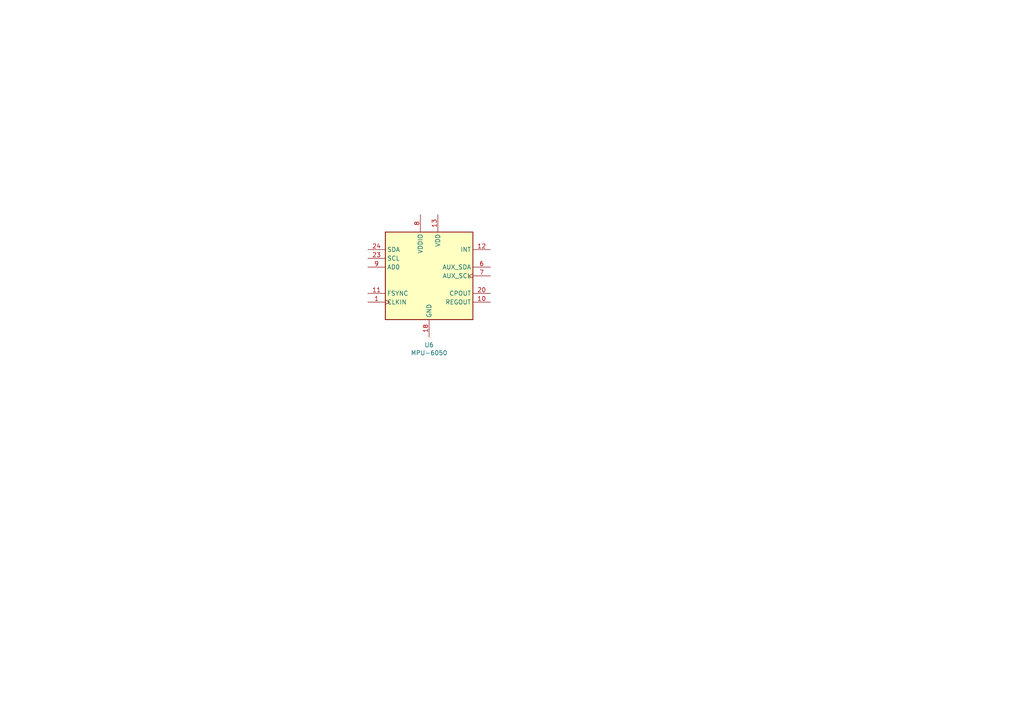
<source format=kicad_sch>
(kicad_sch (version 20211123) (generator eeschema)

  (uuid 2d6db888-4e40-41c8-b701-07170fc894bc)

  (paper "A4")

  (lib_symbols
    (symbol "Sensor_Motion:MPU-6050" (in_bom yes) (on_board yes)
      (property "Reference" "U" (id 0) (at -11.43 13.97 0)
        (effects (font (size 1.27 1.27)))
      )
      (property "Value" "MPU-6050" (id 1) (at 7.62 -13.97 0)
        (effects (font (size 1.27 1.27)))
      )
      (property "Footprint" "Sensor_Motion:InvenSense_QFN-24_4x4mm_P0.5mm" (id 2) (at 0 -20.32 0)
        (effects (font (size 1.27 1.27)) hide)
      )
      (property "Datasheet" "https://store.invensense.com/datasheets/invensense/MPU-6050_DataSheet_V3%204.pdf" (id 3) (at 0 -3.81 0)
        (effects (font (size 1.27 1.27)) hide)
      )
      (property "ki_keywords" "mems" (id 4) (at 0 0 0)
        (effects (font (size 1.27 1.27)) hide)
      )
      (property "ki_description" "InvenSense 6-Axis Motion Sensor, Gyroscope, Accelerometer, I2C" (id 5) (at 0 0 0)
        (effects (font (size 1.27 1.27)) hide)
      )
      (property "ki_fp_filters" "*QFN-24*4x4mm*P0.5mm*" (id 6) (at 0 0 0)
        (effects (font (size 1.27 1.27)) hide)
      )
      (symbol "MPU-6050_0_1"
        (rectangle (start -12.7 12.7) (end 12.7 -12.7)
          (stroke (width 0.254) (type default) (color 0 0 0 0))
          (fill (type background))
        )
      )
      (symbol "MPU-6050_1_1"
        (pin input clock (at -17.78 -7.62 0) (length 5.08)
          (name "CLKIN" (effects (font (size 1.27 1.27))))
          (number "1" (effects (font (size 1.27 1.27))))
        )
        (pin passive line (at 17.78 -7.62 180) (length 5.08)
          (name "REGOUT" (effects (font (size 1.27 1.27))))
          (number "10" (effects (font (size 1.27 1.27))))
        )
        (pin input line (at -17.78 -5.08 0) (length 5.08)
          (name "FSYNC" (effects (font (size 1.27 1.27))))
          (number "11" (effects (font (size 1.27 1.27))))
        )
        (pin output line (at 17.78 7.62 180) (length 5.08)
          (name "INT" (effects (font (size 1.27 1.27))))
          (number "12" (effects (font (size 1.27 1.27))))
        )
        (pin power_in line (at 2.54 17.78 270) (length 5.08)
          (name "VDD" (effects (font (size 1.27 1.27))))
          (number "13" (effects (font (size 1.27 1.27))))
        )
        (pin power_in line (at 0 -17.78 90) (length 5.08)
          (name "GND" (effects (font (size 1.27 1.27))))
          (number "18" (effects (font (size 1.27 1.27))))
        )
        (pin passive line (at 17.78 -5.08 180) (length 5.08)
          (name "CPOUT" (effects (font (size 1.27 1.27))))
          (number "20" (effects (font (size 1.27 1.27))))
        )
        (pin input line (at -17.78 5.08 0) (length 5.08)
          (name "SCL" (effects (font (size 1.27 1.27))))
          (number "23" (effects (font (size 1.27 1.27))))
        )
        (pin bidirectional line (at -17.78 7.62 0) (length 5.08)
          (name "SDA" (effects (font (size 1.27 1.27))))
          (number "24" (effects (font (size 1.27 1.27))))
        )
        (pin bidirectional line (at 17.78 2.54 180) (length 5.08)
          (name "AUX_SDA" (effects (font (size 1.27 1.27))))
          (number "6" (effects (font (size 1.27 1.27))))
        )
        (pin output clock (at 17.78 0 180) (length 5.08)
          (name "AUX_SCL" (effects (font (size 1.27 1.27))))
          (number "7" (effects (font (size 1.27 1.27))))
        )
        (pin power_in line (at -2.54 17.78 270) (length 5.08)
          (name "VDDIO" (effects (font (size 1.27 1.27))))
          (number "8" (effects (font (size 1.27 1.27))))
        )
        (pin input line (at -17.78 2.54 0) (length 5.08)
          (name "AD0" (effects (font (size 1.27 1.27))))
          (number "9" (effects (font (size 1.27 1.27))))
        )
      )
    )
  )


  (symbol (lib_id "Sensor_Motion:MPU-6050") (at 124.46 80.01 0) (unit 1)
    (in_bom yes) (on_board yes)
    (uuid 00000000-0000-0000-0000-0000624ff459)
    (property "Reference" "U6" (id 0) (at 124.46 100.0506 0))
    (property "Value" "MPU-6050" (id 1) (at 124.46 102.362 0))
    (property "Footprint" "Sensor_Motion:InvenSense_QFN-24_4x4mm_P0.5mm" (id 2) (at 124.46 100.33 0)
      (effects (font (size 1.27 1.27)) hide)
    )
    (property "Datasheet" "https://store.invensense.com/datasheets/invensense/MPU-6050_DataSheet_V3%204.pdf" (id 3) (at 124.46 83.82 0)
      (effects (font (size 1.27 1.27)) hide)
    )
    (pin "1" (uuid 75c10069-b4db-4f49-8e10-5449f3751252))
    (pin "10" (uuid 6ba8c850-10c3-4dd1-9823-0930a4f3f1c5))
    (pin "11" (uuid 1a9debba-3948-4fb3-a162-2d050e8e6cdd))
    (pin "12" (uuid 95723e22-7bd3-41d4-8959-d5ebbb405c07))
    (pin "13" (uuid 20e98792-9cd6-41f8-b0e2-f87f0c66d98d))
    (pin "18" (uuid 50096f83-e506-43f3-85e7-541eae7d9e76))
    (pin "20" (uuid 0fdafb7a-c471-4bf0-871f-bf9547489a3c))
    (pin "23" (uuid 994cacbf-ce32-4871-aeb3-26f548952a04))
    (pin "24" (uuid 31383fdd-65b2-41bf-809e-0b1545e90400))
    (pin "6" (uuid 944204da-679c-425d-adc7-98bda9017d89))
    (pin "7" (uuid f5661775-35d9-4814-b6c8-86faf7af6737))
    (pin "8" (uuid 5f727ce2-fa30-4287-8c43-da9eb8b15d5b))
    (pin "9" (uuid a0bd6a3b-3e41-4e07-acde-b123ba4bebaf))
  )
)

</source>
